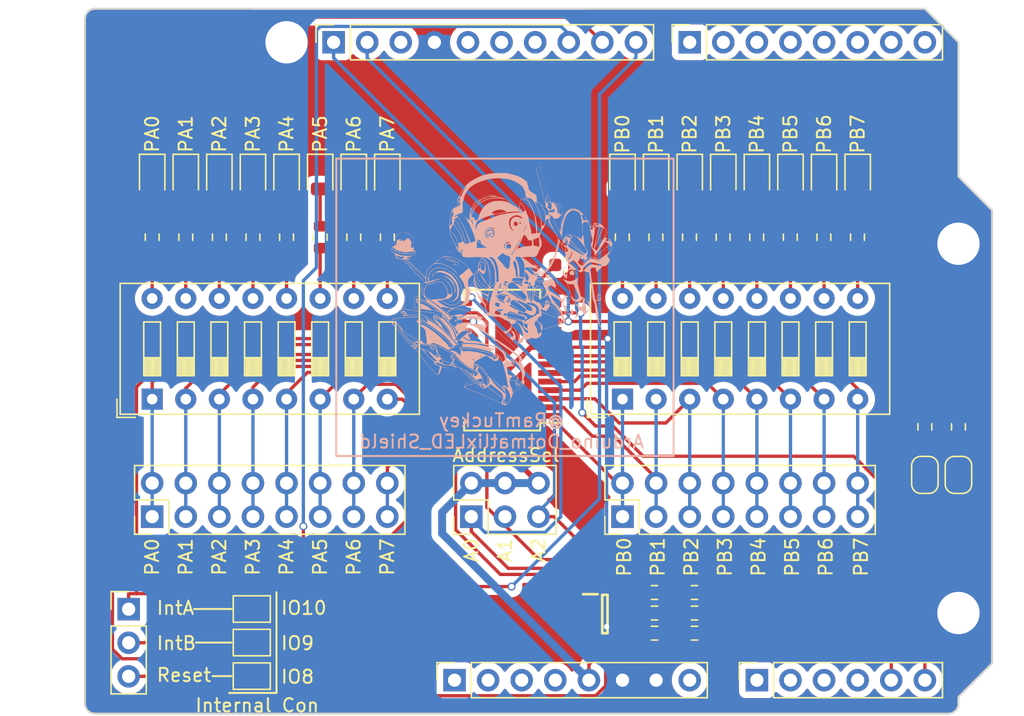
<source format=kicad_pcb>
(kicad_pcb (version 20221018) (generator pcbnew)
  (title_block (date "mar. 31 mars 2015"))
  (layers (0 "F.Cu" signal) (31 "B.Cu" signal) (34 "B.Paste" user) (35 "F.Paste" user) (36 "B.SilkS" user "B.Silkscreen") (37 "F.SilkS" user "F.Silkscreen") (38 "B.Mask" user) (39 "F.Mask" user) (44 "Edge.Cuts" user))
  (net 0 "")
  (net 1 "GND")
  (net 3 "+5V")
  (net 4 "/IOREF")
  (net 5 "/A0")
  (net 6 "/A1")
  (net 7 "/A2")
  (net 8 "/A3")
  (net 9 "/13")
  (net 10 "/12")
  (net 11 "/AREF")
  (net 12 "/8")
  (net 13 "/7")
  (net 14 "/*11")
  (net 15 "/*10")
  (net 16 "/*9")
  (net 17 "/4")
  (net 18 "/2")
  (net 19 "/*6")
  (net 20 "/*5")
  (net 21 "/TX{slash}1")
  (net 22 "/*3")
  (net 23 "/RX{slash}0")
  (net 24 "+3V3")
  (net 25 "VCC")
  (net 26 "/~{RESET}")
  (net 27 "Net-(D1-A)")
  (net 28 "Net-(D2-A)")
  (net 29 "Net-(D3-A)")
  (net 30 "Net-(D4-A)")
  (net 31 "Net-(D5-A)")
  (net 32 "Net-(D6-A)")
  (net 33 "Net-(D7-A)")
  (net 34 "Net-(D8-A)")
  (net 35 "Net-(D9-A)")
  (net 36 "Net-(D10-A)")
  (net 37 "Net-(D11-A)")
  (net 38 "Net-(D12-A)")
  (net 39 "Net-(D13-A)")
  (net 40 "Net-(D14-A)")
  (net 41 "Net-(D15-A)")
  (net 42 "Net-(D16-A)")
  (net 43 "Net-(J5-Pin_1)")
  (net 44 "Net-(J5-Pin_3)")
  (net 45 "Net-(J5-Pin_5)")
  (net 46 "Net-(J6-Pin_1)")
  (net 47 "Net-(J6-Pin_3)")
  (net 48 "Net-(J6-Pin_5)")
  (net 49 "Net-(J6-Pin_7)")
  (net 50 "Net-(J6-Pin_10)")
  (net 51 "Net-(J6-Pin_11)")
  (net 52 "Net-(J6-Pin_13)")
  (net 53 "Net-(J6-Pin_15)")
  (net 54 "Net-(J7-Pin_1)")
  (net 55 "Net-(J7-Pin_3)")
  (net 56 "Net-(J7-Pin_5)")
  (net 57 "Net-(J7-Pin_7)")
  (net 58 "Net-(J7-Pin_10)")
  (net 59 "Net-(J7-Pin_11)")
  (net 60 "Net-(J7-Pin_13)")
  (net 61 "Net-(J7-Pin_15)")
  (net 62 "Net-(JP1-A)")
  (net 63 "/SDA")
  (net 64 "Net-(JP2-A)")
  (net 65 "/SCL")
  (net 66 "Net-(R6-Pad1)")
  (net 67 "Net-(R7-Pad1)")
  (net 68 "Net-(R8-Pad1)")
  (net 69 "Net-(R9-Pad1)")
  (net 70 "Net-(R10-Pad1)")
  (net 71 "Net-(R11-Pad1)")
  (net 72 "Net-(R12-Pad1)")
  (net 73 "Net-(R13-Pad1)")
  (net 74 "Net-(R14-Pad1)")
  (net 75 "Net-(R15-Pad1)")
  (net 76 "Net-(R16-Pad1)")
  (net 77 "Net-(R17-Pad1)")
  (net 78 "Net-(R18-Pad1)")
  (net 79 "Net-(R19-Pad1)")
  (net 80 "Net-(R20-Pad1)")
  (net 81 "Net-(R21-Pad1)")
  (net 84 "/RESET")
  (net 85 "/INTA")
  (net 86 "/INTB")
  (net 87 "/EX_RESET")
  (net 88 "Net-(Q1-Pad1)")
  (footprint "Connector_PinSocket_2.54mm:PinSocket_1x08_P2.54mm_Vertical" (layer "F.Cu") (at 127.94 97.46 90)
    (fp_text reference "J1" hide)
    (fp_text value "Power" hide)
  )
  (footprint "Connector_PinSocket_2.54mm:PinSocket_1x06_P2.54mm_Vertical" (layer "F.Cu") (at 150.8 97.46 90)
    (fp_text reference "J3" hide)
    (fp_text value "Analog" hide)
  )
  (footprint "Connector_PinSocket_2.54mm:PinSocket_1x10_P2.54mm_Vertical" (layer "F.Cu") (at 118.796 49.2 90)
    (fp_text reference "J2" hide)
    (fp_text value "Digital/PWM" hide)
  )
  (footprint "Connector_PinSocket_2.54mm:PinSocket_1x08_P2.54mm_Vertical" (layer "F.Cu") (at 145.72 49.2 90)
    (fp_text reference "J4" hide)
    (fp_text value "Digital/PWM" hide)
  )
  (footprint "Resistor_SMD:R_0603_1608Metric" (layer "F.Cu") (at 163.5 78.295 -90)
    (fp_text reference "R1" hide)
    (fp_text value "3.3k" hide)
  )
  (footprint "Connector_PinHeader_2.54mm:PinHeader_2x03_P2.54mm_Vertical" (layer "F.Cu") (at 129.21 85.09 90)
    (fp_text reference "J5" hide)
    (fp_text value "Conn_01x06_Pin" hide)
  )
  (footprint "Button_Switch_THT:SW_DIP_SPSTx08_Slide_9.78x22.5mm_W7.62mm_P2.54mm" (layer "F.Cu") (at 140.64 76.2 90)
    (fp_text reference "SW1" hide)
    (fp_text value "SW_DIP_x08" hide)
  )
  (footprint "LED_SMD:LED_0805_2012Metric" (layer "F.Cu") (at 122.86 59.3575 -90)
    (fp_text reference "D16" hide)
    (fp_text value "green" hide)
  )
  (footprint "SamacSys_Parts:SOT95P240X115-3N" (layer "F.Cu") (at 139.307 92.456)
    (fp_text reference "Q1" hide)
    (fp_text value "SS8050-G" hide)
  )
  (footprint "Jumper:SolderJumper-2_P1.3mm_Bridged_RoundedPad1.0x1.5mm" (layer "F.Cu") (at 166.04 81.93 -90)
    (fp_text reference "JP2" hide)
    (fp_text value "SCL" hide)
  )
  (footprint "LED_SMD:LED_0805_2012Metric" (layer "F.Cu") (at 150.8 59.3575 -90)
    (fp_text reference "D5" hide)
    (fp_text value "green" hide)
  )
  (footprint "Resistor_SMD:R_0603_1608Metric" (layer "F.Cu") (at 153.325 63.945 90)
    (fp_text reference "R11" hide)
    (fp_text value "330" hide)
  )
  (footprint "Jumper:SolderJumper-2_P1.3mm_Bridged_RoundedPad1.0x1.5mm" (layer "F.Cu") (at 163.5 81.93 -90)
    (fp_text reference "JP1" hide)
    (fp_text value "SDA" hide)
  )
  (footprint "Resistor_SMD:R_0603_1608Metric" (layer "F.Cu") (at 145.705 63.945 90)
    (fp_text reference "R8" hide)
    (fp_text value "330" hide)
  )
  (footprint "LED_SMD:LED_0805_2012Metric" (layer "F.Cu") (at 158.42 59.3575 -90)
    (fp_text reference "D8" hide)
    (fp_text value "green" hide)
  )
  (footprint "Resistor_SMD:R_0603_1608Metric" (layer "F.Cu") (at 107.62 63.945 90)
    (fp_text reference "R15" hide)
    (fp_text value "330" hide)
  )
  (footprint "LED_SMD:LED_0805_2012Metric" (layer "F.Cu") (at 140.64 59.3575 -90)
    (fp_text reference "D1" hide)
    (fp_text value "green" hide)
  )
  (footprint "Resistor_SMD:R_0603_1608Metric" (layer "F.Cu") (at 143.165 63.945 90)
    (fp_text reference "R7" hide)
    (fp_text value "330" hide)
  )
  (footprint "Jumper:SolderJumper-2_P1.3mm_Open_TrianglePad1.0x1.5mm" (layer "F.Cu") (at 112.61 94.615 180)
    (fp_text reference "JP7" hide)
    (fp_text value "INTB" hide)
  )
  (footprint "LED_SMD:LED_0805_2012Metric" (layer "F.Cu") (at 115.24 59.3575 -90)
    (fp_text reference "D13" hide)
    (fp_text value "green" hide)
  )
  (footprint "LED_SMD:LED_0805_2012Metric" (layer "F.Cu") (at 155.88 59.3575 -90)
    (fp_text reference "D7" hide)
    (fp_text value "green" hide)
  )
  (footprint "LED_SMD:LED_0805_2012Metric" (layer "F.Cu") (at 145.72 59.3575 -90)
    (fp_text reference "D3" hide)
    (fp_text value "green" hide)
  )
  (footprint "Resistor_SMD:R_0603_1608Metric" (layer "F.Cu") (at 146.0878 92.3798)
    (fp_text reference "R4" hide)
    (fp_text value "3.3k" hide)
  )
  (footprint "Resistor_SMD:R_0603_1608Metric" (layer "F.Cu") (at 143.0662 92.3798)
    (fp_text reference "R23" hide)
    (fp_text value "47k" hide)
  )
  (footprint "LED_SMD:LED_0805_2012Metric" (layer "F.Cu") (at 110.16 59.3575 -90)
    (fp_text reference "D11" hide)
    (fp_text value "green" hide)
  )
  (footprint "Resistor_SMD:R_0603_1608Metric" (layer "F.Cu") (at 140.625 63.945 90)
    (fp_text reference "R6" hide)
    (fp_text value "330" hide)
  )
  (footprint "Arduino_MountingHole:MountingHole_3.2mm" (layer "F.Cu") (at 115.24 49.2)
    (fp_text reference "MH1" hide)
    (fp_text value "MountingHole_3.2mm" hide)
  )
  (footprint "Connector_PinHeader_2.54mm:PinHeader_1x03_P2.54mm_Vertical" (layer "F.Cu") (at 103.302 92.09)
    (fp_text reference "J8" hide)
    (fp_text value "Conn_01x03_Pin" hide)
  )
  (footprint "Resistor_SMD:R_0603_1608Metric" (layer "F.Cu") (at 143.0642 90.8304)
    (fp_text reference "R22" hide)
    (fp_text value "10k" hide)
  )
  (footprint "Resistor_SMD:R_0603_1608Metric" (layer "F.Cu") (at 122.86 63.945 90)
    (fp_text reference "R21" hide)
    (fp_text value "330" hide)
  )
  (footprint "Resistor_SMD:R_0603_1608Metric" (layer "F.Cu") (at 117.78 63.945 90)
    (fp_text reference "R19" hide)
    (fp_text value "330" hide)
  )
  (footprint "Resistor_SMD:R_0603_1608Metric" (layer "F.Cu") (at 166.04 78.295 -90)
    (fp_text reference "R2" hide)
    (fp_text value "3.3k" hide)
  )
  (footprint "Resistor_SMD:R_0603_1608Metric" (layer "F.Cu") (at 150.785 63.945 90)
    (fp_text reference "R10" hide)
    (fp_text value "330" hide)
  )
  (footprint "Jumper:SolderJumper-2_P1.3mm_Open_TrianglePad1.0x1.5mm" (layer "F.Cu") (at 112.61 97.155 180)
    (fp_text reference "JP8" hide)
    (fp_text value "RST" hide)
  )
  (footprint "Resistor_SMD:R_0603_1608Metric" (layer "F.Cu") (at 143.0662 93.9038)
    (fp_text reference "R24" hide)
    (fp_text value "4.7k" hide)
  )
  (footprint "Resistor_SMD:R_0603_1608Metric" (layer "F.Cu") (at 112.7 63.945 90)
    (fp_text reference "R17" hide)
    (fp_text value "330" hide)
  )
  (footprint "Resistor_SMD:R_0603_1608Metric" (layer "F.Cu") (at 110.16 63.945 90)
    (fp_text reference "R16" hide)
    (fp_text value "330" hide)
  )
  (footprint "LED_SMD:LED_0805_2012Metric" (layer "F.Cu") (at 107.62 59.3575 -90)
    (fp_text reference "D10" hide)
    (fp_text value "green" hide)
  )
  (footprint "LED_SMD:LED_0805_2012Metric" (layer "F.Cu") (at 120.32 59.3575 -90)
    (fp_text reference "D15" hide)
    (fp_text value "green" hide)
  )
  (footprint "Resistor_SMD:R_0603_1608Metric" (layer "F.Cu") (at 120.32 63.945 90)
    (fp_text reference "R20" hide)
    (fp_text value "330" hide)
  )
  (footprint "Resistor_SMD:R_0603_1608Metric" (layer "F.Cu") (at 115.24 63.945 90)
    (fp_text reference "R18" hide)
    (fp_text value "330" hide)
  )
  (footprint "LED_SMD:LED_0805_2012Metric" (layer "F.Cu") (at 117.78 59.3575 -90)
    (fp_text reference "D14" hide)
    (fp_text value "green" hide)
  )
  (footprint "LED_SMD:LED_0805_2012Metric" (layer "F.Cu") (at 148.26 59.3575 -90)
    (fp_text reference "D4" hide)
    (fp_text value "green" hide)
  )
  (footprint "Connector_PinHeader_2.54mm:PinHeader_2x08_P2.54mm_Vertical" (layer "F.Cu") (at 105.08 85.09 90)
    (fp_text reference "J7" hide)
    (fp_text value "Conn_01x16_Pin" hide)
  )
  (footprint "Jumper:SolderJumper-2_P1.3mm_Open_TrianglePad1.0x1.5mm" (layer "F.Cu") (at 112.61 92.075 180)
    (fp_text reference "JP6" hide)
    (fp_text value "INTA" hide)
  )
  (footprint "Connector_PinHeader_2.54mm:PinHeader_2x08_P2.54mm_Vertical" (layer "F.Cu") (at 140.64 85.09 90)
    (fp_text reference "J6" hide)
    (fp_text value "Conn_01x16_Pin" hide)
  )
  (footprint "Resistor_SMD:R_0603_1608Metric" (layer "F.Cu") (at 148.245 63.945 90)
    (fp_text reference "R9" hide)
    (fp_text value "330" hide)
  )
  (footprint "Resistor_SMD:R_0603_1608Metric" (layer "F.Cu") (at 146.0878 90.8304)
    (fp_text reference "R3" hide)
    (fp_text value "3.3k" hide)
  )
  (footprint "LED_SMD:LED_0805_2012Metric" (layer "F.Cu") (at 143.18 59.3575 -90)
    (fp_text reference "D2" hide)
    (fp_text value "green" hide)
  )
  (footprint "Resistor_SMD:R_0603_1608Metric" (layer "F.Cu") (at 146.0878 93.9038)
    (fp_text reference "R5" hide)
    (fp_text value "3.3k" hide)
  )
  (footprint "LED_SMD:LED_0805_2012Metric" (layer "F.Cu") (at 105.08 59.3575 -90)
    (fp_text reference "D9" hide)
    (fp_text value "green" hide)
  )
  (footprint "LED_SMD:LED_0805_2012Metric" (layer "F.Cu") (at 112.7 59.3575 -90)
    (fp_text reference "D12" hide)
    (fp_text value "green" hide)
  )
  (footprint "Button_Switch_THT:SW_DIP_SPSTx08_Slide_9.78x22.5mm_W7.62mm_P2.54mm" (layer "F.Cu") (at 105.08 76.2 90)
    (fp_text reference "SW2" hide)
    (fp_text value "SW_DIP_x08" hide)
  )
  (footprint "Resistor_SMD:R_0603_1608Metric" (layer "F.Cu") (at 105.08 63.945 90)
    (fp_text reference "R14" hide)
    (fp_text value "330" hide)
  )
  (footprint "Arduino_MountingHole:MountingHole_3.2mm" (layer "F.Cu") (at 166.04 64.44)
    (fp_text reference "MH3" hide)
    (fp_text value "MountingHole_3.2mm" hide)
  )
  (footprint "Resistor_SMD:R_0603_1608Metric" (layer "F.Cu") (at 155.865 63.945 90)
    (fp_text reference "R12" hide)
    (fp_text value "330" hide)
  )
  (footprint "Resistor_SMD:R_0603_1608Metric" (layer "F.Cu") (at 158.405 63.945 90)
    (fp_text reference "R13" hide)
    (fp_text value "330" hide)
  )
  (footprint "Arduino_MountingHole:MountingHole_3.2mm" (layer "F.Cu") (at 166.04 92.38)
    (fp_text reference "MH4" hide)
    (fp_text value "MountingHole_3.2mm" hide)
  )
  (footprint "LED_SMD:LED_0805_2012Metric" (layer "F.Cu") (at 153.34 59.3575 -90)
    (fp_text reference "D6" hide)
    (fp_text value "green" hide)
  )
  (footprint "Package_SO:SSOP-28_5.3x10.2mm_P0.65mm" (layer "F.Cu") (at 131.54 73.245 180)
    (fp_text reference "U1" hide)
    (fp_text value "MCP23017_SS" hide)
  )
  (footprint "Capacitor_SMD:C_0603_1608Metric" (layer "F.Cu") (at 136.335 66.04 180)
    (fp_text reference "C1" hide)
    (fp_text value "0.1u" hide)
  )
  (footprint "logo:logo_20mm" (layer "B.Cu") (at 131.5 67.5 180)
    (fp_text reference "G***" hide)
    (fp_text value "LOGO" hide)
  )
  (gr_rect (start 119 80.5) (end 144.5 58) (stroke (width 0.15)) (fill none) (layer "B.SilkS"))
  (gr_line (start 108.255 92.075) (end 111.0744 92.075) (stroke (width 0.15)) (layer "F.SilkS"))
  (gr_line (start 110.8966 98.425) (end 114.478 98.425) (stroke (width 0.15)) (layer "F.SilkS"))
  (gr_line (start 114.478 98.425) (end 114.478 90.805) (stroke (width 0.15)) (layer "F.SilkS"))
  (gr_line (start 108.382 94.615) (end 111.0744 94.615) (stroke (width 0.15)) (layer "F.SilkS"))
  (gr_line (start 109.652 97.155) (end 111.0744 97.155) (stroke (width 0.15)) (layer "F.SilkS"))
  (gr_line (start 166.04 59.36) (end 168.58 61.9) (stroke (width 0.15)) (layer "Edge.Cuts"))
  (gr_line (start 100 99.238) (end 100 47.422) (stroke (width 0.15)) (layer "Edge.Cuts"))
  (gr_line (start 168.58 61.9) (end 168.58 96.19) (stroke (width 0.15)) (layer "Edge.Cuts"))
  (gr_line (start 165.278 100) (end 100.762 100) (stroke (width 0.15)) (layer "Edge.Cuts"))
  (gr_line (start 100.762 46.66) (end 163.5 46.66) (stroke (width 0.15)) (layer "Edge.Cuts"))
  (gr_arc (start 100.762 100) (mid 100.223185 99.776815) (end 100 99.238) (stroke (width 0.15)) (layer "Edge.Cuts"))
  (gr_line (start 168.58 96.19) (end 166.04 98.73) (stroke (width 0.15)) (layer "Edge.Cuts"))
  (gr_line (start 163.5 46.66) (end 166.04 49.2) (stroke (width 0.15)) (layer "Edge.Cuts"))
  (gr_arc (start 166.04 99.238) (mid 165.816815 99.776815) (end 165.278 100) (stroke (width 0.15)) (layer "Edge.Cuts"))
  (gr_line (start 166.04 49.2) (end 166.04 59.36) (stroke (width 0.15)) (layer "Edge.Cuts"))
  (gr_line (start 166.04 98.73) (end 166.04 99.238) (stroke (width 0.15)) (layer "Edge.Cuts"))
  (gr_arc (start 100 47.422) (mid 100.223185 46.883185) (end 100.762 46.66) (stroke (width 0.15)) (layer "Edge.Cuts"))
  (gr_text "@RamTuckey\nArduino_DotmatlixLED_Shield" (at 131.5 80) (layer "B.SilkS") (effects (font (size 1 1)) (justify bottom mirror)))
  (gr_text "PB2" (at 145.72 56.134 90) (layer "F.SilkS") (effects (font (size 1 1))))
  (gr_text "PB1" (at 143.18 56.134 90) (layer "F.SilkS") (effects (font (size 1 1))))
  (gr_text "PB1" (at 143.307 88.138 90) (layer "F.SilkS") (effects (font (size 1 1))))
  (gr_text "A0" (at 129.21 87.63 90) (layer "F.SilkS") (effects (font (size 1 1))))
  (gr_text "PB5" (at 153.467 88.138 90) (layer "F.SilkS") (effects (font (size 1 1))))
  (gr_text "AddressSel" (at 127.686 81.026) (layer "F.SilkS") (effects (font (size 1 1)) (justify left bottom)))
  (gr_text "PB2" (at 145.847 88.138 90) (layer "F.SilkS") (effects (font (size 1 1))))
  (gr_text "PB7" (at 158.42 56.134 90) (layer "F.SilkS") (effects (font (size 1 1))))
  (gr_text "PA0" (at 105.08 88.138 90) (layer "F.SilkS") (effects (font (size 1 1))))
  (gr_text "PB4" (at 150.8 56.134 90) (layer "F.SilkS") (effects (font (size 1 1))))
  (gr_text "PA5" (at 117.78 56.134 90) (layer "F.SilkS") (effects (font (size 1 1))))
  (gr_text "PB0" (at 140.767 88.138 90) (layer "F.SilkS") (effects (font (size 1 1))))
  (gr_text "PA4" (at 115.24 88.138 90) (layer "F.SilkS") (effects (font (size 1 1))))
  (gr_text "A1" (at 131.75 87.63 90) (layer "F.SilkS") (effects (font (size 1 1))))
  (gr_text "PB7" (at 158.674 88.138 90) (layer "F.SilkS") (effects (font (size 1 1))))
  (gr_text "PA3" (at 112.7 56.134 90) (layer "F.SilkS") (effects (font (size 1 1))))
  (gr_text "PB4" (at 150.927 88.138 90) (layer "F.SilkS") (effects (font (size 1 1))))
  (gr_text "PA5" (at 117.78 88.138 90) (layer "F.SilkS") (effects (font (size 1 1))))
  (gr_text "A2" (at 134.29 87.63 90) (layer "F.SilkS") (effects (font (size 1 1))))
  (gr_text "IO8" (at 114.732 97.79) (layer "F.SilkS") (effects (font (size 1 1)) (justify left bottom)))
  (gr_text "PB3" (at 148.26 56.134 90) (layer "F.SilkS") (effects (font (size 1 1))))
  (gr_text "PA2" (at 110.16 56.134 90) (layer "F.SilkS") (effects (font (size 1 1))))
  (gr_text "Reset" (at 105.334 97.663) (layer "F.SilkS") (effects (font (size 1 1)) (justify left bottom)))
  (gr_text "PA3" (at 112.7 88.138 90) (layer "F.SilkS") (effects (font (size 1 1))))
  (gr_text "PA7" (at 122.86 88.138 90) (layer "F.SilkS") (effects (font (size 1 1))))
  (gr_text "PB6" (at 156.007 88.138 90) (layer "F.SilkS") (effects (font (size 1 1))))
  (gr_text "Internal Con" (at 108.255 99.949) (layer "F.SilkS") (effects (font (size 1 1)) (justify left bottom)))
  (gr_text "PB3" (at 148.387 88.138 90) (layer "F.SilkS") (effects (font (size 1 1))))
  (gr_text "PB5" (at 153.34 56.134 90) (layer "F.SilkS") (effects (font (size 1 1))))
  (gr_text "IO9" (at 114.732 95.25) (layer "F.SilkS") (effects (font (size 1 1)) (justify left bottom)))
  (gr_text "PA4" (at 115.24 56.134 90) (layer "F.SilkS") (effects (font (size 1 1))))
  (gr_text "PA0" (at 105.08 56.134 90) (layer "F.SilkS") (effects (font (size 1 1))))
  (gr_text "PB0" (at 140.64 56.134 90) (layer "F.SilkS") (effects (font (size 1 1))))
  (gr_text "IntA" (at 105.334 92.583) (layer "F.SilkS") (effects (font (size 1 1)) (justify left bottom)))
  (gr_text "PA6" (at 120.32 88.138 90) (layer "F.SilkS") (effects (font (size 1 1))))
  (gr_text "IO10" (at 114.732 92.583) (layer "F.SilkS") (effects (font (size 1 1)) (justify left bottom)))
  (gr_text "PA1" (at 107.62 88.138 90) (layer "F.SilkS") (effects (font (size 1 1))))
  (gr_text "PA1" (at 107.62 56.134 90) (layer "F.SilkS") (effects (font (size 1 1))))
  (gr_text "PA6" (at 120.32 56.134 90) (layer "F.SilkS") (effects (font (size 1 1))))
  (gr_text "PB6" (at 155.88 56.134 90) (layer "F.SilkS") (effects (font (size 1 1))))
  (gr_text "PA7" (at 122.86 56.134 90) (layer "F.SilkS") (effects (font (size 1 1))))
  (gr_text "PA2" (at 110.16 88.138 90) (layer "F.SilkS") (effects (font (size 1 1))))
  (gr_text "IntB" (at 105.334 95.25) (layer "F.SilkS") (effects (font (size 1 1)) (justify left bottom)))
  (segment (start 134.5399 71.62) (end 135.14 71.62) (width 0.25) (layer "F.Cu") (net 1))
  (segment (start 155.88 58.42) (end 153.34 58.42) (width 0.25) (layer "F.Cu") (net 1))
  (segment (start 155.88 58.42) (end 158.42 58.42) (width 0.25) (layer "F.Cu") (net 1))
  (segment (start 134.5399 71.62) (end 133.9397 71.62) (width 0.25) (layer "F.Cu") (net 1))
  (segment (start 110.16 58.42) (end 112.7 58.42) (width 0.25) (layer "F.Cu") (net 1))
  (segment (start 120.32 58.42) (end 117.78 58.42) (width 0.25) (layer "F.Cu") (net 1))
  (segment (start 139.4351 93.4162) (end 139.0925 93.4162) (width 0.25) (layer "F.Cu") (net 1))
  (segment (start 138.207 93.406) (end 139.0823 93.406) (width 0.25) (layer "F.Cu") (net 1))
  (segment (start 130.6741 55.5141) (end 126.416 55.5141) (width 0.25) (layer "F.Cu") (net 1))
  (segment (start 134.9761 67.5599) (end 135.5901 67.5599) (width 0.25) (layer "F.Cu") (net 1))
  (segment (start 125.7659 55.5141) (end 122.86 58.42) (width 0.25) (layer "F.Cu") (net 1))
  (segment (start 137.11 61.95) (end 140.64 58.42) (width 0.25) (layer "F.Cu") (net 1))
  (segment (start 145.277 92.3798) (end 145.277 92.4052) (width 0.25) (layer "F.Cu") (net 1))
  (segment (start 145.72 58.42) (end 148.26 58.42) (width 0.25) (layer "F.Cu") (net 1))
  (segment (start 153.34 58.42) (end 150.8 58.42) (width 0.25) (layer "F.Cu") (net 1))
  (segment (start 143.18 96.2847) (end 145.277 94.1877) (width 0.25) (layer "F.Cu") (net 1))
  (segment (start 135.5901 67.5599) (end 137.11 66.04) (width 0.25) (layer "F.Cu") (net 1))
  (segment (start 145.277 90.932) (end 145.277 92.3798) (width 0.25) (layer "F.Cu") (net 1))
  (segment (start 120.32 58.42) (end 122.86 58.42) (width 0.25) (layer "F.Cu") (net 1))
  (segment (start 112.7 58.42) (end 115.24 58.42) (width 0.25) (layer "F.Cu") (net 1))
  (segment (start 150.8 58.42) (end 148.26 58.42) (width 0.25) (layer "F.Cu") (net 1))
  (segment (start 135.14 71.62) (end 139.5244 71.62) (width 0.25) (layer "F.Cu") (net 1))
  (segment (start 133.9397 71.62) (end 133.9397 68.5963) (width 0.25) (layer "F.Cu") (net 1))
  (segment (start 117.78 58.42) (end 115.24 58.42) (width 0.25) (layer "F.Cu") (net 1))
  (segment (start 145.277 94.1877) (end 145.277 93.853) (width 0.25) (layer "F.Cu") (net 1))
  (segment (start 140.64 58.42) (end 143.18 58.42) (width 0.25) (layer "F.Cu") (net 1))
  (segment (start 145.277 93.853) (end 145.277 92.4052) (width 0.25) (layer "F.Cu") (net 1))
  (segment (start 143.18 97.46) (end 143.18 96.2847) (width 0.25) (layer "F.Cu") (net 1))
  (segment (start 143.18 58.42) (end 145.72 58.42) (width 0.25) (layer "F.Cu") (net 1))
  (segment (start 137.11 61.95) (end 130.6741 55.5141) (width 0.25) (layer "F.Cu") (net 1))
  (segment (start 126.416 49.2) (end 126.416 55.5141) (width 0.25) (layer "F.Cu") (net 1))
  (segment (start 133.9397 68.5963) (end 134.9761 67.5599) (width 0.25) (layer "F.Cu") (net 1))
  (segment (start 137.11 66.04) (end 137.11 61.95) (width 0.25) (layer "F.Cu") (net 1))
  (segment (start 105.08 58.42) (end 107.62 58.42) (width 0.25) (layer "F.Cu") (net 1))
  (segment (start 145.277 92.3798) (end 143.878 92.3798) (width 0.25) (layer "F.Cu") (net 1))
  (segment (start 107.62 58.42) (end 110.16 58.42) (width 0.25) (layer "F.Cu") (net 1))
  (segment (start 139.0925 93.4162) (end 139.0823 93.406) (width 0.25) (layer "F.Cu") (net 1))
  (segment (start 126.416 55.5141) (end 125.7659 55.5141) (width 0.25) (layer "F.Cu") (net 1))
  (via (at 139.4351 93.4162) (size 0.6) (drill 0.4) (layers "F.Cu" "B.Cu") (net 1))
  (via (at 139.5244 71.62) (size 0.6) (drill 0.4) (layers "F.Cu" "B.Cu") (net 1))
  (segment (start 140.64 97.46) (end 140.64 96.8723) (width 0.25) (layer "B.Cu") (net 1))
  (segment (start 139.4351 95.0798) (end 139.4351 93.4162) (width 0.25) (layer "B.Cu") (net 1))
  (segment (start 140.64 96.8723) (end 140.64 96.2847) (width 0.25) (layer "B.Cu") (net 1))
  (segment (start 140.64 96.2847) (end 139.4351 95.0798) (width 0.25) (layer "B.Cu") (net 1))
  (segment (start 141.2277 97.46) (end 143.18 97.46) (width 0.25) (layer "B.Cu") (net 1))
  (segment (start 139.4351 71.7093) (end 139.5244 71.62) (width 0.25) (layer "B.Cu") (net 1))
  (segment (start 140.64 96.8723) (end 141.2277 97.46) (width 0.25) (layer "B.Cu") (net 1))
  (segment (start 139.4351 93.4162) (end 139.4351 71.7093) (width 0.25) (layer "B.Cu") (net 1))
  (segment (start 133.4893 68.1107) (end 133.4893 71.8197) (width 0.25) (layer "F.Cu") (net 3))
  (segment (start 131 79.26) (end 134.29 82.55) (width 0.4) (layer "F.Cu") (net 3))
  (segment (start 135.14 72.27) (end 136.3403 72.27) (width 0.25) (layer "F.Cu") (net 3))
  (segment (start 158.3 72.27) (end 136.3403 72.27) (width 0.25) (layer "F.Cu") (net 3))
  (segment (start 163.5 77.47) (end 158.3 72.27) (width 0.25) (layer "F.Cu") (net 3))
  (segment (start 138.1 97.46) (end 138.1 96.2847) (width 0.25) (layer "F.Cu") (net 3))
  (segment (start 166.04 77.47) (end 163.5 77.47) (width 0.25) (layer "F.Cu") (net 3))
  (segment (start 131 75) (end 131 79.26) (width 0.4) (layer "F.Cu") (net 3))
  (segment (start 133.4893 71.8197) (end 133.9396 72.27) (width 0.25) (layer "F.Cu") (net 3))
  (segment (start 138.1 96.2847) (end 141.4044 92.9803) (width 0.25) (layer "F.Cu") (net 3))
  (segment (start 135.14 72.27) (end 133.9396 72.27) (width 0.4) (layer "F.Cu") (net 3))
  (segment (start 141.4044 91.7454) (end 142.228 90.9218) (width 0.25) (layer "F.Cu") (net 3))
  (segment (start 133.73 72.27) (end 131 75) (width 0.4) (layer "F.Cu") (net 3))
  (segment (start 135.56 66.04) (end 133.4893 68.1107) (width 0.25) (layer "F.Cu") (net 3))
  (segment (start 141.4044 92.9803) (end 141.4044 91.7454) (width 0.25) (layer "F.Cu") (net 3))
  (segment (start 133.9396 72.27) (end 133.73 72.27) (width 0.4) (layer "F.Cu") (net 3))
  (segment (start 129.21 82.55) (end 127 84.76) (width 0.6) (layer "B.Cu") (net 3))
  (segment (start 129.21 82.55) (end 131.75 82.55) (width 0.6) (layer "B.Cu") (net 3))
  (segment (start 131.75 82.55) (end 134.29 82.55) (width 0.6) (layer "B.Cu") (net 3))
  (segment (start 127 86.36) (end 138.1 97.46) (width 0.6) (layer "B.Cu") (net 3))
  (segment (start 127 84.76) (end 127 86.36) (width 0.6) (layer "B.Cu") (net 3))
  (segment (start 132.2531 90.3784) (end 120.1116 90.3784) (width 0.25) (layer "F.Cu") (net 12))
  (segment (start 120.1116 90.3784) (end 113.335 97.155) (width 0.25) (layer "F.Cu") (net 12))
  (via (at 132.2531 90.3784) (size 0.6) (drill 0.4) (layers "F.Cu" "B.Cu") (net 12))
  (segment (start 138.8994 83.7321) (end 132.2531 90.3784) (width 0.25) (layer "B.Cu") (net 12))
  (segment (start 141.656 49.2) (end 141.656 50.3753) (width 0.25) (layer "B.Cu") (net 12))
  (segment (start 138.8994 53.1319) (end 138.8994 83.7321) (width 0.25) (layer "B.Cu") (net 12))
  (segment (start 141.656 50.3753) (end 138.8994 53.1319) (width 0.25) (layer "B.Cu") (net 12))
  (segment (start 116.51 88.9) (end 113.335 92.075) (width 0.25) (layer "F.Cu") (net 15))
  (segment (start 116.51 85.8155) (end 116.51 88.9) (width 0.25) (layer "F.Cu") (net 15))
  (via (at 116.51 85.8155) (size 0.6) (drill 0.4) (layers "F.Cu" "B.Cu") (net 15))
  (segment (start 116.51 67.2364) (end 116.51 85.8155) (width 0.25) (layer "B.Cu") (net 15))
  (segment (start 117.5 48.2951) (end 117.5 66.2464) (width 0.25) (layer "B.Cu") (net 15))
  (segment (start 117.7951 48) (end 117.5 48.2951) (width 0.25) (layer "B.Cu") (net 15))
  (segment (start 136 48) (end 117.7951 48) (width 0.25) (layer "B.Cu") (net 15))
  (segment (start 117.5 66.2464) (end 116.51 67.2364) (width 0.25) (layer "B.Cu") (net 15))
  (segment (start 136.576 49.2) (end 136.576 48.576) (width 0.25) (layer "B.Cu") (net 15))
  (segment (start 136.576 48.576) (end 136 48) (width 0.25) (layer "B.Cu") (net 15))
  (segment (start 102.0753 95.1142) (end 102.8018 95.8407) (width 0.25) (layer "F.Cu") (net 16))
  (segment (start 113.2052 47.2948) (end 102.0753 58.4247) (width 0.25) (layer "F.Cu") (net 16))
  (segment (start 112.6158 95.8407) (end 113.335 95.1215) (width 0.25) (layer "F.Cu") (net 16))
  (segment (start 113.335 95.1215) (end 113.335 94.615) (width 0.25) (layer "F.Cu") (net 16))
  (segment (start 102.8018 95.8407) (end 112.6158 95.8407) (width 0.25) (layer "F.Cu") (net 16))
  (segment (start 102.0753 58.4247) (end 102.0753 95.1142) (width 0.25) (layer "F.Cu") (net 16))
  (segment (start 139.116 49.2) (end 137.2108 47.2948) (width 0.25) (layer "F.Cu") (net 16))
  (segment (start 137.2108 47.2948) (end 113.2052 47.2948) (width 0.25) (layer "F.Cu") (net 16))
  (segment (start 140.64 60.295) (end 140.64 63.105) (width 0.25) (layer "F.Cu") (net 27))
  (segment (start 140.64 63.105) (end 140.625 63.12) (width 0.25) (layer "F.Cu") (net 27))
  (segment (start 143.18 63.105) (end 143.18 60.295) (width 0.25) (layer "F.Cu") (net 28))
  (segment (start 143.165 63.12) (end 143.18 63.105) (width 0.25) (layer "F.Cu") (net 28))
  (segment (start 145.72 63.105) (end 145.72 60.295) (width 0.25) (layer "F.Cu") (net 29))
  (segment (start 145.705 63.12) (end 145.72 63.105) (width 0.25) (layer "F.Cu") (net 29))
  (segment (start 148.26 63.105) (end 148.26 60.295) (width 0.25) (layer "F.Cu") (net 30))
  (segment (start 148.245 63.12) (end 148.26 63.105) (width 0.25) (layer "F.Cu") (net 30))
  (segment (start 150.8 63.105) (end 150.8 60.295) (width 0.25) (layer "F.Cu") (net 31))
  (segment (start 150.785 63.12) (end 150.8 63.105) (width 0.25) (layer "F.Cu") (net 31))
  (segment (start 153.34 60.295) (end 153.34 63.105) (width 0.25) (layer "F.Cu") (net 32))
  (segment (start 153.34 63.105) (end 153.325 63.12) (width 0.25) (layer "F.Cu") (net 32))
  (segment (start 155.88 63.105) (end 155.865 63.12) (width 0.25) (layer "F.Cu") (net 33))
  (segment (start 155.88 60.295) (end 155.88 63.105) (width 0.25) (layer "F.Cu") (net 33))
  (segment (start 158.42 63.105) (end 158.405 63.12) (width 0.25) (layer "F.Cu") (net 34))
  (segment (start 158.42 60.295) (end 158.42 63.105) (width 0.25) (layer "F.Cu") (net 34))
  (segment (start 105.08 60.295) (end 105.08 63.12) (width 0.25) (layer "F.Cu") (net 35))
  (segment (start 107.62 60.295) (end 107.62 63.12) (width 0.25) (layer "F.Cu") (net 36))
  (segment (start 110.16 60.295) (end 110.16 63.12) (width 0.25) (layer "F.Cu") (net 37))
  (segment (start 112.7 60.295) (end 112.7 63.12) (width 0.25) (layer "F.Cu") (net 38))
  (segment (start 115.24 63.12) (end 115.24 60.295) (width 0.25) (layer "F.Cu") (net 39))
  (segment (start 117.78 60.295) (end 117.78 63.12) (width 0.25) (layer "F.Cu") (net 40))
  (segment (start 120.32 60.295) (end 120.32 63.12) (width 0.25) (layer "F.Cu") (net 41))
  (segment (start 122.86 60.295) (end 122.86 63.12) (width 0.25) (layer "F.Cu") (net 42))
  (segment (start 129.1403 68.5824) (end 129.1403 69.02) (width 0.25) (layer "F.Cu") (net 43))
  (segment (start 127.94 69.02) (end 129.1403 69.02) (width 0.25) (layer "F.Cu") (net 43))
  (segment (start 132 89) (end 144.995 89) (width 0.25) (layer "F.Cu") (net 43))
  (segment (start 129.21 85.09) (end 129.21 86.21) (width 0.25) (layer "F.Cu") (net 43))
  (segment (start 129.2252 68.4975) (end 129.1403 68.5824) (width 0.25) (layer "F.Cu") (net 43))
  (segment (start 144.995 89) (end 146.927 90.932) (width 0.25) (layer "F.Cu") (net 43))
  (segment (start 129.21 86.21) (end 132 89) (width 0.25) (layer "F.Cu") (net 43))
  (via (at 129.2252 68.4975) (size 0.6) (drill 0.4) (layers "F.Cu" "B.Cu") (net 43))
  (segment (start 135.9745 75.2468) (end 129.2252 68.4975) (width 0.25) (layer "B.Cu") (net 43))
  (segment (start 130.2423 86.2783) (end 134.7902 86.2783) (width 0.25) (layer "B.Cu") (net 43))
  (segment (start 135.9745 85.094) (end 135.9745 75.2468) (width 0.25) (layer "B.Cu") (net 43))
  (segment (start 134.7902 86.2783) (end 135.9745 85.094) (width 0.25) (layer "B.Cu") (net 43))
  (segment (start 129.21 85.246) (end 130.2423 86.2783) (width 0.25) (layer "B.Cu") (net 43))
  (segment (start 129.21 85.09) (end 129.21 85.246) (width 0.25) (layer "B.Cu") (net 43))
  (segment (start 147.7331 91.5991) (end 146.927 92.4052) (width 0.25) (layer "F.Cu") (net 44))
  (segment (start 130.3853 84.3853) (end 131.09 85.09) (width 0.25) (layer "F.Cu") (net 44))
  (segment (start 147.7331 89.9733) (end 147.7331 91.5991) (width 0.25) (layer "F.Cu") (net 44))
  (segment (start 146.0962 88.3364) (end 147.7331 89.9733) (width 0.25) (layer "F.Cu") (net 44))
  (segment (start 130.3853 70.3806) (end 130.3853 84.3853) (width 0.25) (layer "F.Cu") (net 44))
  (segment (start 134.3364 88.3364) (end 146.0962 88.3364) (width 0.25) (layer "F.Cu") (net 44))
  (segment (start 127.94 69.67) (end 129.6747 69.67) (width 0.25) (layer "F.Cu") (net 44))
  (segment (start 129.6747 69.67) (end 130.3853 70.3806) (width 0.25) (layer "F.Cu") (net 44))
  (segment (start 131.75 85.09) (end 131.75 85.75) (width 0.25) (layer "F.Cu") (net 44))
  (segment (start 131.75 85.75) (end 134.3364 88.3364) (width 0.25) (layer "F.Cu") (net 44))
  (segment (start 131.09 85.09) (end 131.75 85.09) (width 0.25) (layer "F.Cu") (net 44))
  (segment (start 148.1831 92.5969) (end 146.927 93.853) (width 0.25) (layer "F.Cu") (net 45))
  (segment (start 148.1831 89.6359) (end 148.1831 92.5969) (width 0.25) (layer "F.Cu") (net 45))
  (segment (start 146.4336 87.8864) (end 148.1831 89.6359) (width 0.25) (layer "F.Cu") (net 45))
  (segment (start 134.29 85.09) (end 135.4653 85.09) (width 0.25) (layer "F.Cu") (net 45))
  (segment (start 138.2617 87.8864) (end 146.4336 87.8864) (width 0.25) (layer "F.Cu") (net 45))
  (segment (start 127.94 70.32) (end 129.351 70.32) (width 0.25) (layer "F.Cu") (net 45))
  (segment (start 135.4653 85.09) (end 138.2617 87.8864) (width 0.25) (layer "F.Cu") (net 45))
  (via (at 129.351 70.32) (size 0.6) (drill 0.4) (layers "F.Cu" "B.Cu") (net 45))
  (segment (start 135.5 83.5) (end 135.5 76.469) (width 0.25) (layer "B.Cu") (net 45))
  (segment (start 134.29 84.71) (end 135.5 83.5) (width 0.25) (layer "B.Cu") (net 45))
  (segment (start 135.5 76.469) (end 129.351 70.32) (width 0.25) (layer "B.Cu") (net 45))
  (segment (start 134.29 85.09) (end 134.29 84.71) (width 0.25) (layer "B.Cu") (net 45))
  (segment (start 140.22 82.55) (end 135.14 77.47) (width 0.25) (layer "F.Cu") (net 46))
  (segment (start 140.64 82.55) (end 140.22 82.55) (width 0.25) (layer "F.Cu") (net 46))
  (segment (start 140.64 82.55) (end 140.64 76.2) (width 0.25) (layer "B.Cu") (net 46))
  (segment (start 140.64 85.09) (end 140.64 82.55) (width 0.25) (layer "B.Cu") (net 46))
  (segment (start 143.18 82.55) (end 143.18 82.18) (width 0.25) (layer "F.Cu") (net 47))
  (segment (start 143.18 82.18) (end 140 79) (width 0.25) (layer "F.Cu") (net 47))
  (segment (start 140 79) (end 138.36 79) (width 0.25) (layer "F.Cu") (net 47))
  (segment (start 136.18 76.82) (end 135.14 76.82) (width 0.25) (layer "F.Cu") (net 47))
  (segment (start 138.36 79) (end 136.18 76.82) (width 0.25) (layer "F.Cu") (net 47))
  (segment (start 143.18 85.09) (end 143.18 82.55) (width 0.25) (layer "B.Cu") (net 47))
  (segment (start 143.18 82.55) (end 143.18 76.2) (width 0.25) (layer "B.Cu") (net 47))
  (segment (start 138.5499 76.17) (end 135.14 76.17) (width 0.25) (layer "F.Cu") (net 48))
  (segment (start 143.92 78) (end 140.3799 78) (width 0.25) (layer "F.Cu") (net 48))
  (segment (start 140.3799 78) (end 138.5499 76.17) (width 0.25) (layer "F.Cu") (net 48))
  (segment (start 145.72 76.2) (end 143.92 78) (width 0.25) (layer "F.Cu") (net 48))
  (segment (start 145.72 82.55) (end 145.72 76.2) (width 0.25) (layer "B.Cu") (net 48))
  (segment (start 145.72 85.09) (end 145.72 82.55) (width 0.25) (layer "B.Cu") (net 48))
  (segment (start 137.9575 75) (end 137.4375 75.52) (width 0.25) (layer "F.Cu") (net 49))
  (segment (start 137.4375 75.52) (end 135.14 75.52) (width 0.25) (layer "F.Cu") (net 49))
  (segment (start 147.06 75) (end 137.9575 75) (width 0.25) (layer "F.Cu") (net 49))
  (segment (start 148.26 76.2) (end 147.06 75) (width 0.25) (layer "F.Cu") (net 49))
  (segment (start 148.26 82.55) (end 148.26 76.2) (width 0.25) (layer "B.Cu") (net 49))
  (segment (start 148.26 85.09) (end 148.26 82.55) (width 0.25) (layer "B.Cu") (net 49))
  (segment (start 150.8 76.2) (end 149.05 74.45) (width 0.25) (layer "F.Cu") (net 50))
  (segment (start 137.425 74.45) (end 137.005 74.87) (width 0.25) (layer "F.Cu") (net 50))
  (segment (start 149.05 74.45) (end 137.425 74.45) (width 0.25) (layer "F.Cu") (net 50))
  (segment (start 137.005 74.87) (end 135.14 74.87) (width 0.25) (layer "F.Cu") (net 50))
  (segment (start 150.8 82.55) (end 150.8 76.2) (width 0.25) (layer "B.Cu") (net 50))
  (segment (start 150.8 85.09) (end 150.8 82.55) (width 0.25) (layer "B.Cu") (net 50))
  (segment (start 136.5603 74) (end 136.3403 74.22) (width 0.25) (layer "F.Cu") (net 51))
  (segment (start 153.34 76.2) (end 151.14 74) (width 0.25) (layer "F.Cu") (net 51))
  (segment (start 151.14 74) (end 136.5603 74) (width 0.25) (layer "F.Cu") (net 51))
  (segment (start 136.3403 74.22) (end 135.14 74.22) (width 0.25) (layer "F.Cu") (net 51))
  (segment (start 153.34 85.09) (end 153.34 82.55) (width 0.25) (layer "B.Cu") (net 51))
  (segment (start 153.34 82.55) (end 153.34 76.2) (width 0.25) (layer "B.Cu") (net 51))
  (segment (start 153.05 73.37) (end 136.34 73.37) (width 0.25) (layer "F.Cu") (net 52))
  (segment (start 155.88 76.2) (end 153.05 73.37) (width 0.25) (layer "F.Cu") (net 52))
  (segment (start 136.34 73.37) (end 136.14 73.57) (width 0.25) (layer "F.Cu") (net 52))
  (segment (start 136.14 73.57) (end 135.14 73.57) (width 0.25) (layer "F.Cu") (net 52))
  (segment (start 155.88 82.55) (end 155.88 76.2) (width 0.25) (layer "B.Cu") (net 52))
  (segment (start 155.88 85.09) (end 155.88 82.55) (width 0.25) (layer "B.Cu") (net 52))
  (segment (start 158.42 75.42) (end 155.92 72.92) (width 0.25) (layer "F.Cu") (net 53))
  (segment (start 155.92 72.92) (end 135.14 72.92) (width 0.25) (layer "F.Cu") (net 53))
  (segment (start 158.42 76.2) (end 158.42 75.42) (width 0.25) (layer "F.Cu") (net 53))
  (segment (start 158.42 85.09) (end 158.42 82.55) (width 0.25) (layer "B.Cu") (net 53))
  (segment (start 158.42 82.55) (end 158.42 76.2) (width 0.25) (layer "B.Cu") (net 53))
  (segment (start 105.08 76.2) (end 105.08 74.92) (width 0.25) (layer "F.Cu") (net 54))
  (segment (start 107.93 72.07) (end 125.8897 72.07) (width 0.25) (layer "F.Cu") (net 54))
  (segment (start 125.8897 72.07) (end 126.7397 72.92) (width 0.25) (layer "F.Cu") (net 54))
  (segment (start 105.08 74.92) (end 107.93 72.07) (width 0.25) (layer "F.Cu") (net 54))
  (segment (start 126.7397 72.92) (end 127.94 72.92) (width 0.25) (layer "F.Cu") (net 54))
  (segment (start 105.08 76.2) (end 105.08 82.55) (width 0.25) (layer "B.Cu") (net 54))
  (segment (start 105.08 82.55) (end 105.08 85.09) (width 0.25) (layer "B.Cu") (net 54))
  (segment (start 126.4553 73.57) (end 127.94 73.57) (width 0.25) (layer "F.Cu") (net 55))
  (segment (start 125.7058 72.8205) (end 126.4553 73.57) (width 0.25) (layer "F.Cu") (net 55))
  (segment (start 107.62 76.2) (end 107.62 75.38) (width 0.25) (layer "F.Cu") (net 55))
  (segment (start 107.62 75.38) (end 110.1795 72.8205) (width 0.25) (layer "F.Cu") (net 55))
  (segment (start 110.1795 72.8205) (end 125.7058 72.8205) (width 0.25) (layer "F.Cu") (net 55))
  (segment (start 107.62 82.55) (end 107.62 76.2) (width 0.25) (layer "B.Cu") (net 55))
  (segment (start 107.62 85.09) (end 107.62 82.55) (width 0.25) (layer "B.Cu") (net 55))
  (segment (start 112.7295 73.2705) (end 113.9303 73.2705) (width 0.25) (layer "F.Cu") (net 56))
  (segment (start 110.16 76.2) (end 110.16 75.84) (width 0.25) (layer "F.Cu") (net 56))
  (segment (start 110.16 75.84) (end 112.7295 73.2705) (width 0.25) (layer "F.Cu") (net 56))
  (segment (start 113.9319 73.2721) (end 125.5205 73.2721) (width 0.25) (layer "F.Cu") (net 56))
  (segment (start 125.5205 73.2721) (end 126.4684 74.22) (width 0.25) (layer "F.Cu") (net 56))
  (segment (start 126.4684 74.22) (end 127.94 74.22) (width 0.25) (layer "F.Cu") (net 56))
  (segment (start 113.9303 73.2705) (end 113.9319 73.2721) (width 0.25) (layer "F.Cu") (net 56))
  (segment (start 110.16 85.09) (end 110.16 82.55) (width 0.25) (layer "B.Cu") (net 56))
  (segment (start 110.16 82.55) (end 110.16 76.2) (width 0.25) (layer "B.Cu") (net 56))
  (segment (start 114.2779 73.7221) (end 116.0211 73.7221) (width 0.25) (layer "F.Cu") (net 57))
  (segment (start 124.4774 73.7225) (end 125.6249 74.87) (width 0.25) (layer "F.Cu") (net 57))
  (segment (start 116.0211 73.7221) (end 116.0215 73.7225) (width 0.25) (layer "F.Cu") (net 57))
  (segment (start 125.6249 74.87) (end 127.94 74.87) (width 0.25) (layer "F.Cu") (net 57))
  (segment (start 116.0215 73.7225) (end 124.4774 73.7225) (width 0.25) (layer "F.Cu") (net 57))
  (segment (start 112.7 75.3) (end 114.2779 73.7221) (width 0.25) (layer "F.Cu") (net 57))
  (segment (start 112.7 76.2) (end 112.7 75.3) (width 0.25) (layer "F.Cu") (net 57))
  (segment (start 112.7 85.09) (end 112.7 82.55) (width 0.25) (layer "B.Cu") (net 57))
  (segment (start 112.7 82.55) (end 112.7 76.2) (width 0.25) (layer "B.Cu") (net 57))
  (segment (start 116.8275 74.1725) (end 118.1107 74.1725) (width 0.25) (layer "F.Cu") (net 58))
  (segment (start 115.24 76.2) (end 115.24 75.76) (width 0.25) (layer "F.Cu") (net 58))
  (segment (start 118.1111 74.1729) (end 124.2167 74.1729) (width 0.25) (layer "F.Cu") (net 58))
  (segment (start 124.2167 74.1729) (end 125.5638 75.52) (width 0.25) (layer "F.Cu") (net 58))
  (segment (start 118.1107 74.1725) (end 118.1111 74.1729) (width 0.25) (layer "F.Cu") (net 58))
  (segment (start 115.24 75.76) (end 116.8275 74.1725) (width 0.25) (layer "F.Cu") (net 58))
  (segment (start 125.5638 75.52) (end 127.94 75.52) (width 0.25) (layer "F.Cu") (net 58))
  (segment (start 115.24 85.09) (end 115.24 82.55) (width 0.25) (layer "B.Cu") (net 58))
  (segment (start 115.24 82.55) (end 115.24 76.2) (width 0.25) (layer "B.Cu") (net 58))
  (segment (start 125.5576 76.17) (end 127.94 76.17) (width 0.25) (layer "F.Cu") (net 59))
  (segment (start 119.3571 74.6229) (end 124.0105 74.6229) (width 0.25) (layer "F.Cu") (net 59))
  (segment (start 124.0105 74.6229) (end 125.5576 76.17) (width 0.25) (layer "F.Cu") (net 59))
  (segment (start 117.78 76.2) (end 119.3571 74.6229) (width 0.25) (layer "F.Cu") (net 59))
  (segment (start 117.78 82.55) (end 117.78 76.2) (width 0.25) (layer "B.Cu") (net 59))
  (segment (start 117.78 85.09) (end 117.78 82.55) (width 0.25) (layer "B.Cu") (net 59))
  (segment (start 121.3724 75.0729) (end 122.2895 75.0729) (width 0.25) (layer "F.Cu") (net 60))
  (segment (start 120.32 76.2) (end 120.32 76.1253) (width 0.25) (layer "F.Cu") (net 60))
  (segment (start 123.4982 75.0737) (end 125.2445 76.82) (width 0.25) (layer "F.Cu") (net 60))
  (segment (start 122.2903 75.0737) (end 123.4982 75.0737) (width 0.25) (layer "F.Cu") (net 60))
  (segment (start 120.32 76.1253) (end 121.3724 75.0729) (width 0.25) (layer "F.Cu") (net 60))
  (segment (start 125.2445 76.82) (end 127.94 76.82) (width 0.25) (layer "F.Cu") (net 60))
  (segment (start 122.2895 75.0729) (end 122.2903 75.0737) (width 0.25) (layer "F.Cu") (net 60))
  (segment (start 120.32 82.55) (end 120.32 76.2) (width 0.25) (layer "B.Cu") (net 60))
  (segment (start 120.32 85.09) (end 120.32 82.55) (width 0.25) (layer "B.Cu") (net 60))
  (segment (start 122.86 76.2) (end 123.9853 76.2) (width 0.25) (layer "F.Cu") (net 61))
  (segment (start 123.9853 76.2) (end 125.2553 77.47) (width 0.25) (layer "F.Cu") (net 61))
  (segment (start 122.86 81.3747) (end 125.2553 78.9794) (width 0.25) (layer "F.Cu") (net 61))
  (segment (start 125.2553 77.47) (end 127.94 77.47) (width 0.25) (layer "F.Cu") (net 61))
  (segment (start 122.86 82.55) (end 122.86 81.3747) (width 0.25) (layer "F.Cu") (net 61))
  (segment (start 125.2553 78.9794) (end 125.2553 77.47) (width 0.25) (layer "F.Cu") (net 61))
  (segment (start 122.86 85.09) (end 122.86 82.55) (width 0.25) (layer "B.Cu") (net 61))
  (segment (start 163.5 81.28) (end 163.5 79.12) (width 0.25) (layer "F.Cu") (net 62))
  (segment (start 163.0245 82.58) (end 163.5 82.58) (width 0.25) (layer "F.Cu") (net 63))
  (segment (start 137.44495 69.67) (end 137.47045 69.6955) (width 0.25) (layer "F.Cu") (net 63))
  (segment (start 158.1239 80.518) (end 161.6052 83.9993) (width 0.25) (layer "F.Cu") (net 63))
  (segment (start 160.96 84.6445) (end 161.6052 83.9993) (width 0.25) (layer "F.Cu") (net 63))
  (segment (start 137.592 77.216) (end 138.608 78.232) (width 0.25) (layer "F.Cu") (net 63))
  (segment (start 142.2017 80.518) (end 158.1239 80.518) (width 0.25) (layer "F.Cu") (net 63))
  (segment (start 161.6052 83.9993) (end 163.0245 82.58) (width 0.25) (layer "F.Cu") (net 63))
  (segment (start 135.14 69.67) (end 137.44495 69.67) (width 0.25) (layer "F.Cu") (net 63))
  (segment (start 138.608 78.232) (end 139.9157 78.232) (width 0.25) (layer "F.Cu") (net 63))
  (segment (start 160.96 97.46) (end 160.96 84.6445) (width 0.25) (layer "F.Cu") (net 63))
  (segment (start 139.9157 78.232) (end 142.2017 80.518) (width 0.25) (layer "F.Cu") (net 63))
  (via (at 137.47045 69.6955) (size 0.6) (drill 0.4) (layers "F.Cu" "B.Cu") (net 63))
  (via (at 137.592 77.216) (size 0.6) (drill 0.4) (layers "F.Cu" "B.Cu") (net 63))
  (segment (start 137.592 72.252384) (end 137.47045 72.130834) (width 0.25) (layer "B.Cu") (net 63))
  (segment (start 137.1689 66.2082) (end 121.336 50.3753) (width 0.25) (layer "B.Cu") (net 63))
  (segment (start 137.47045 69.6955) (end 137.1689 69.39395) (width 0.25) (layer "B.Cu") (net 63))
  (segment (start 137.47045 72.130834) (end 137.47045 69.6955) (width 0.25) (layer "B.Cu") (net 63))
  (segment (start 137.592 77.216) (end 137.592 72.252384) (width 0.25) (layer "B.Cu") (net 63))
  (segment (start 137.1689 69.39395) (end 137.1689 66.2082) (width 0.25) (layer "B.Cu") (net 63))
  (segment (start 121.336 50.3753) (end 121.336 49.2) (width 0.25) (layer "B.Cu") (net 63))
  (segment (start 166.04 81.28) (end 166.04 79.12) (width 0.25) (layer "F.Cu") (net 64))
  (segment (start 136.5435 70.32) (end 160.142 70.32) (width 0.25) (layer "F.Cu") (net 65))
  (segment (start 167.1563 77.3343) (end 167.1563 81.8778) (width 0.25) (layer "F.Cu") (net 65))
  (segment (start 167.1563 81.8778) (end 166.4541 82.58) (width 0.25) (layer "F.Cu") (net 65))
  (segment (start 166.4541 82.58) (end 166.04 82.58) (width 0.25) (layer "F.Cu") (net 65))
  (segment (start 136.3403 70.32) (end 136.5435 70.32) (width 0.25) (layer "F.Cu") (net 65))
  (segment (start 160.142 70.32) (end 167.1563 77.3343) (width 0.25) (layer "F.Cu") (net 65))
  (segment (start 135.14 70.32) (end 136.3403 70.32) (width 0.25) (layer "F.Cu") (net 65))
  (segment (start 163.5 85.12) (end 166.04 82.58) (width 0.25) (layer "F.Cu") (net 65))
  (segment (start 163.5 97.46) (end 163.5 85.12) (width 0.25) (layer "F.Cu") (net 65))
  (via (at 136.5435 70.32) (size 0.6) (drill 0.4) (layers "F.Cu" "B.Cu") (net 65))
  (segment (start 136.5435 68.1228) (end 118.796 50.3753) (width 0.25) (layer "B.Cu") (net 65))
  (segment (start 136.5435 70.32) (end 136.5435 68.1228) (width 0.25) (layer "B.Cu") (net 65))
  (segment (start 118.796 49.2) (end 118.796 50.3753) (width 0.25) (layer "B.Cu") (net 65))
  (segment (start 140.64 68.58) (end 140.64 67.4547) (width 0.25) (layer "F.Cu") (net 66))
  (segment (start 140.625 67.4397) (end 140.625 64.77) (width 0.25) (layer "F.Cu") (net 66))
  (segment (start 140.64 67.4547) (end 140.625 67.4397) (width 0.25) (layer "F.Cu") (net 66))
  (segment (start 143.165 67.4397) (end 143.165 64.77) (width 0.25) (layer "F.Cu") (net 67))
  (segment (start 143.18 67.4547) (end 143.165 67.4397) (width 0.25) (layer "F.Cu") (net 67))
  (segment (start 143.18 68.58) (end 143.18 67.4547) (width 0.25) (layer "F.Cu") (net 67))
  (segment (start 145.72 67.4547) (end 145.705 67.4397) (width 0.25) (layer "F.Cu") (net 68))
  (segment (start 145.705 67.4397) (end 145.705 64.77) (width 0.25) (layer "F.Cu") (net 68))
  (segment (start 145.72 68.58) (end 145.72 67.4547) (width 0.25) (layer "F.Cu") (net 68))
  (segment (start 148.26 68.58) (end 148.26 67.4547) (width 0.25) (layer "F.Cu") (net 69))
  (segment (start 148.245 67.4397) (end 148.245 64.77) (width 0.25) (layer "F.Cu") (net 69))
  (segment (start 148.26 67.4547) (end 148.245 67.4397) (width 0.25) (layer "F.Cu") (net 69))
  (segment (start 150.8 68.58) (end 150.8 67.4547) (width 0.25) (layer "F.Cu") (net 70))
  (segment (start 150.785 67.4397) (end 150.785 64.77) (width 0.25) (layer "F.Cu") (net 70))
  (segment (start 150.8 67.4547) (end 150.785 67.4397) (width 0.25) (layer "F.Cu") (net 70))
  (segment (start 153.34 67.4547) (end 153.325 67.4397) (width 0.25) (layer "F.Cu") (net 71))
  (segment (start 153.34 68.58) (end 153.34 67.4547) (width 0.25) (layer "F.Cu") (net 71))
  (segment (start 153.325 67.4397) (end 153.325 64.77) (width 0.25) (layer "F.Cu") (net 71))
  (segment (start 155.88 68.58) (end 155.88 67.4547) (width 0.25) (layer "F.Cu") (net 72))
  (segment (start 155.865 67.4397) (end 155.865 64.77) (width 0.25) (layer "F.Cu") (net 72))
  (segment (start 155.88 67.4547) (end 155.865 67.4397) (width 0.25) (layer "F.Cu") (net 72))
  (segment (start 158.42 68.58) (end 158.42 67.4547) (width 0.25) (layer "F.Cu") (net 73))
  (segment (start 158.42 67.4547) (end 158.405 67.4397) (width 0.25) (layer "F.Cu") (net 73))
  (segment (start 158.405 67.4397) (end 158.405 64.77) (width 0.25) (layer "F.Cu") (net 73))
  (segment (start 105.08 68.58) (end 105.08 64.77) (width 0.25) (layer "F.Cu") (net 74))
  (segment (start 107.62 68.58) (end 107.62 64.77) (width 0.25) (layer "F.Cu") (net 75))
  (segment (start 110.16 68.58) (end 110.16 64.77) (width 0.25) (layer "F.Cu") (net 76))
  (segment (start 112.7 68.58) (end 112.7 64.77) (width 0.25) (layer "F.Cu") (net 77))
  (segment (start 115.24 68.58) (end 115.24 64.77) (width 0.25) (layer "F.Cu") (net 78))
  (segment (start 117.78 68.58) (end 117.78 64.77) (width 0.25) (layer "F.Cu") (net 79))
  (segment (start 120.32 68.58) (end 120.32 64.77) (width 0.25) (layer "F.Cu") (net 80))
  (segment (start 122.86 68.58) (end 122.86 64.77) (width 0.25) (layer "F.Cu") (net 81))
  (segment (start 128.0204 86.0713) (end 131.4111 89.462) (width 0.25) (layer "F.Cu") (net 84))
  (segment (start 138.9242 89.45) (end 143.5776 89.45) (width 0.25) (layer "F.Cu") (net 84))
  (segment (start 128.0204 81.1979) (end 128.0204 86.0713) (width 0.25) (layer "F.Cu") (net 84))
  (segment (start 137.3206 91.0536) (end 138.9242 89.45) (width 0.25) (layer "F.Cu") (net 84))
  (segment (start 140.407 92.456) (end 137.8464 92.456) (width 0.25) (layer "F.Cu") (net 84))
  (segment (start 129.1403 70.97) (end 129.5907 71.4204) (width 0.25) (layer "F.Cu") (net 84))
  (segment (start 131.4111 89.462) (end 135.729 89.462) (width 0.25) (layer "F.Cu") (net 84))
  (segment (start 129.5907 79.6276) (end 128.0204 81.1979) (width 0.25) (layer "F.Cu") (net 84))
  (segment (start 135.729 89.462) (end 137.3206 91.0536) (width 0.25) (layer "F.Cu") (net 84))
  (segment (start 129.5907 71.4204) (end 129.5907 79.6276) (width 0.25) (layer "F.Cu") (net 84))
  (segment (start 127.94 70.97) (end 129.1403 70.97) (width 0.25) (layer "F.Cu") (net 84))
  (segment (start 137.3206 91.9302) (end 137.3206 91.0536) (width 0.25) (layer "F.Cu") (net 84))
  (segment (start 143.878 89.7504) (end 143.878 90.9218) (width 0.25) (layer "F.Cu") (net 84))
  (segment (start 143.5776 89.45) (end 143.878 89.7504) (width 0.25) (layer "F.Cu") (net 84))
  (segment (start 137.8464 92.456) (end 137.3206 91.9302) (width 0.25) (layer "F.Cu") (net 84))
  (segment (start 103.302 90.9147) (end 103.892 90.9147) (width 0.25) (layer "F.Cu") (net 85))
  (segment (start 127.94 71.62) (end 107.5465 71.62) (width 0.25) (layer "F.Cu") (net 85))
  (segment (start 103.302 92.09) (end 103.302 90.9147) (width 0.25) (layer "F.Cu") (net 85))
  (segment (start 103.892 90.9147) (end 103.8946 90.9121) (width 0.25) (layer "F.Cu") (net 85))
  (segment (start 103.8946 90.9121) (end 109.8968 90.9121) (width 0.25) (layer "F.Cu") (net 85))
  (segment (start 111.885 92.075) (end 111.0597 92.075) (width 0.25) (layer "F.Cu") (net 85))
  (segment (start 109.8968 90.9121) (end 111.0597 92.075) (width 0.25) (layer "F.Cu") (net 85))
  (segment (start 107.5465 71.62) (end 103.8946 75.2719) (width 0.25) (layer "F.Cu") (net 85))
  (segment (start 103.8946 75.2719) (end 103.8946 90.9121) (width 0.25) (layer "F.Cu") (net 85))
  (segment (start 104.4923 94.615) (end 104.4773 94.63) (width 0.25) (layer "F.Cu") (net 86))
  (segment (start 129.1403 79.3643) (end 127.1357 81.3689) (width 0.25) (layer "F.Cu") (net 86))
  (segment (start 111.4724 94.615) (end 104.4923 94.615) (width 0.25) (layer "F.Cu") (net 86))
  (segment (start 127.1357 81.3689) (end 127.1357 82.5434) (width 0.25) (layer "F.Cu") (net 86))
  (segment (start 127.94 72.27) (end 129.1403 72.27) (width 0.25) (layer "F.Cu") (net 86))
  (segment (start 129.1403 72.27) (end 129.1403 79.3643) (width 0.25) (layer "F.Cu") (net 86))
  (segment (start 116.3341 93.345) (end 112.7424 93.345) (width 0.25) (layer "F.Cu") (net 86))
  (segment (start 127.1357 82.5434) (end 116.3341 93.345) (width 0.25) (layer "F.Cu") (net 86))
  (segment (start 103.302 94.63) (end 104.4773 94.63) (width 0.25) (layer "F.Cu") (net 86))
  (segment (start 111.885 94.615) (end 111.4724 94.615) (width 0.25) (layer "F.Cu") (net 86))
  (segment (start 112.7424 93.345) (end 111.4724 94.615) (width 0.25) (layer "F.Cu") (net 86))
  (segment (start 138.6143 98.6387) (end 139.37 97.883) (width 0.25) (layer "F.Cu") (net 87))
  (segment (start 139.37 97.883) (end 139.37 96.711) (width 0.25) (layer "F.Cu") (net 87))
  (segment (start 104.4923 97.155) (end 111.885 97.155) (width 0.25) (layer "F.Cu") (net 87))
  (segment (start 111.885 97.155) (end 111.885 98.2303) (width 0.25) (layer "F.Cu") (net 87))
  (segment (start 139.37 96.711) (end 142.228 93.853) (width 0.25) (layer "F.Cu") (net 87))
  (segment (start 104.4773 97.17) (end 104.4923 97.155) (width 0.25) (layer "F.Cu") (net 87))
  (segment (start 142.228 92.3798) (end 142.228 93.853) (width 0.25) (layer "F.Cu") (net 87))
  (segment (start 111.885 98.2303) (end 112.2934 98.6387) (width 0.25) (layer "F.Cu") (net 87))
  (segment (start 112.2934 98.6387) (end 138.6143 98.6387) (width 0.25) (layer "F.Cu") (net 87))
  (segment (start 103.302 97.17) (end 104.4773 97.17) (width 0.25) (layer "F.Cu") (net 87))
  (segment (start 138.207 90.8807) (end 139.1877 89.9) (width 0.25) (layer "F.Cu") (net 88))
  (segment (start 143.0577 90.2001) (end 143.0577 93.0327) (width 0.25) (layer "F.Cu") (net 88))
  (segment (start 138.207 91.506) (end 138.207 90.8807) (width 0.25) (layer "F.Cu") (net 88))
  (segment (start 139.1877 89.9) (end 142.7576 89.9) (width 0.25) (layer "F.Cu") (net 88))
  (segment (start 142.7576 89.9) (end 143.0577 90.2001) (width 0.25) (layer "F.Cu") (net 88))
  (segment (start 143.0577 93.0327) (end 143.878 93.853) (width 0.25) (layer "F.Cu") (net 88))
  (zone (net 1) (net_name "GND") (layers "F&B.Cu") (connect_pads yes (clearance 0.508)) (min_thickness 0.25) (fill yes (thermal_gap 0.5) (thermal_bridge_width 0.5))
    (polygon (pts (xy 171 46) (xy 171 100) (xy 98 100) (xy 98 46)))
  )
)
</source>
